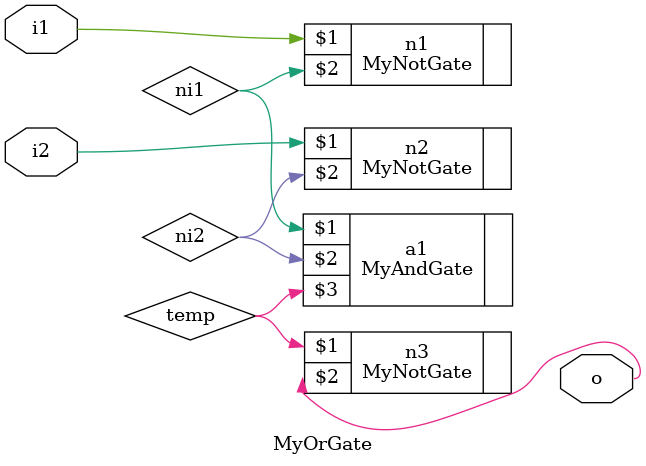
<source format=v>
`timescale 1ns / 1ps


module MyOrGate(
    i1,
    i2,
    o
    );
    input i1, i2;
    output o;
    wire ni1, ni2, temp;
    MyNotGate n1(i1, ni1);
    MyNotGate n2(i2, ni2);
    MyAndGate a1(ni1, ni2, temp);
    MyNotGate n3(temp, o);
endmodule

</source>
